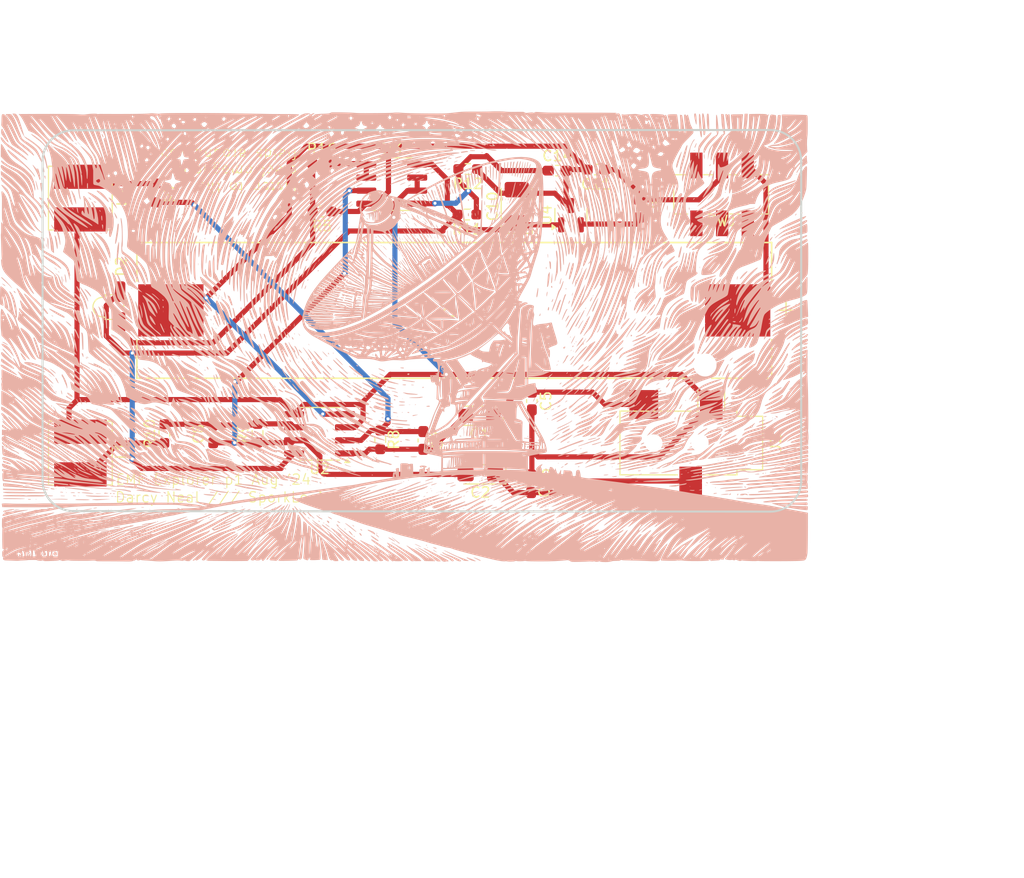
<source format=kicad_pcb>
(kicad_pcb (version 20240108) (generator "pcbnew") (generator_version "8.0")
  (layers (0 "F.Cu" signal) (31 "B.Cu" signal) (34 "B.Paste" user) (35 "F.Paste" user) (36 "B.SilkS" user "B.Silkscreen") (37 "F.SilkS" user "F.Silkscreen") (38 "B.Mask" user) (39 "F.Mask" user) (44 "Edge.Cuts" user))
  (net 0 "")
  (net 1 "-1V5")
  (net 2 "Net-(BT2-+)")
  (net 3 "Net-(C1-Pad1)")
  (net 4 "Net-(C1-Pad2)")
  (net 5 "Net-(C15-Pad1)")
  (net 6 "Net-(U3A-+)")
  (net 7 "+1V5")
  (net 8 "GND")
  (net 9 "Net-(U2A--)")
  (net 10 "Net-(U2B--)")
  (net 11 "Net-(SW1B-B)")
  (net 12 "Net-(U3B-+)")
  (net 13 "Net-(D2-K)")
  (net 14 "Net-(L1-Pad2)")
  (net 15 "Net-(L2-Pad2)")
  (net 16 "Net-(U4-LX)")
  (net 17 "Net-(U3A--)")
  (footprint "Capacitor_SMD:C_0603_1608Metric_Pad1.08x0.95mm_HandSolder" (layer "F.Cu") (at 191.740684 57.836276)
    (property "Reference" "C14" (at -0.000001 -1.430005 0) (layer "F.SilkS"))
    (property "Value" "1uF")
    (pad "1" smd roundrect (at -0.862502 0.000001) (size 1.075 0.95) (layers "F.Cu" "F.Paste" "F.Mask") (net 12 "Net-(U3B-+)"))
    (pad "2" smd roundrect (at 0.862502 -0.000001) (size 1.075 0.95) (layers "F.Cu" "F.Paste" "F.Mask") (net 1 "-1V5"))
  )
  (footprint "Graphics" (layer "F.Cu") (at 236.928184 45.186275 180)
    (property "Reference" "" (at 0 0 0) (layer "F.SilkS") (effects (font (size 1.27 1.27))))
    (property "Value" "")
  )
  (footprint "Battery:AAA battery SMD" (layer "F.Cu") (at 181.728187 71.436277 180)
    (property "Reference" "BT2" (at 0 0 180) (layer "F.SilkS"))
    (property "Value" "Battery_Cell")
    (fp_text user "+" (at -33.613321 1.030669 180) (layer "F.SilkS") (effects (font (size 2 2)) (justify left bottom)))
    (pad "" np_thru_hole circle (at -24.396702 -5.308596 180) (size 2.2352 2.2352) (drill 2.2352) (layers "*.Cu" "*.Mask"))
    (pad "1" smd rect (at -27.571694 0.000002 180) (size 6.35 5.08) (layers "F.Cu" "F.Paste" "F.Mask") (net 2 "Net-(BT2-+)"))
    (pad "2" smd rect (at 27.571694 -0.000002 180) (size 6.35 5.08) (layers "F.Cu" "F.Paste" "F.Mask") (net 1 "-1V5"))
  )
  (footprint "Package_SO:SOIC-8_3.9x4.9mm_P1.27mm" (layer "F.Cu") (at 168.622377 83.440499 180)
    (property "Reference" "U2" (at -0.000001 -3.399998 0) (layer "F.SilkS"))
    (property "Value" "MCP6002")
    (pad "1" smd roundrect (at -2.475002 -1.904997 180) (size 1.95 0.6) (layers "F.Cu" "F.Paste" "F.Mask") (net 4 "Net-(C1-Pad2)"))
    (pad "2" smd roundrect (at -2.474998 -0.634998 180) (size 1.95 0.6) (layers "F.Cu" "F.Paste" "F.Mask") (net 9 "Net-(U2A--)"))
    (pad "3" smd roundrect (at -2.475004 0.634997 180) (size 1.95 0.6) (layers "F.Cu" "F.Paste" "F.Mask") (net 8 "GND"))
    (pad "4" smd roundrect (at -2.475 1.905003 180) (size 1.95 0.6) (layers "F.Cu" "F.Paste" "F.Mask") (net 1 "-1V5"))
    (pad "5" smd roundrect (at 2.475002 1.904997 180) (size 1.95 0.6) (layers "F.Cu" "F.Paste" "F.Mask") (net 8 "GND"))
    (pad "6" smd roundrect (at 2.474998 0.634998 180) (size 1.95 0.6) (layers "F.Cu" "F.Paste" "F.Mask") (net 10 "Net-(U2B--)"))
    (pad "7" smd roundrect (at 2.475004 -0.634997 180) (size 1.95 0.6) (layers "F.Cu" "F.Paste" "F.Mask") (net 6 "Net-(U3A-+)"))
    (pad "8" smd roundrect (at 2.475 -1.905003 180) (size 1.95 0.6) (layers "F.Cu" "F.Paste" "F.Mask") (net 7 "+1V5"))
  )
  (footprint "Capacitor_Tantalum_SMD:CP_EIA-3216-18_Kemet-A_Pad1.58x1.35mm_HandSolder" (layer "F.Cu") (at 184.265684 87.386278 180)
    (property "Reference" "C2" (at -0.000002 -1.749999 0) (layer "F.SilkS"))
    (property "Value" "4.7uF")
    (pad "1" smd roundrect (at -1.4375 0 180) (size 1.575 1.35) (layers "F.Cu" "F.Paste" "F.Mask") (roundrect_rratio 0.185185) (net 5 "Net-(C15-Pad1)"))
    (pad "2" smd roundrect (at 1.4375 0 180) (size 1.575 1.35) (layers "F.Cu" "F.Paste" "F.Mask") (roundrect_rratio 0.185185) (net 6 "Net-(U3A-+)"))
  )
  (footprint "LED_SMD:LED_Kingbright_APDA3020VBCD" (layer "F.Cu") (at 149.228192 71.111274 90)
    (property "Reference" "D2" (at 3.949997 0.099997 90) (layer "F.SilkS"))
    (property "Value" "LED")
    (pad "1" smd roundrect (at -1.499999 -0.000001 90) (size 2 1) (layers "F.Cu" "F.Paste" "F.Mask") (net 13 "Net-(D2-K)"))
    (pad "2" smd roundrect (at 1.499999 0.000001 90) (size 2 1) (layers "F.Cu" "F.Paste" "F.Mask") (net 7 "+1V5"))
  )
  (footprint "Package_SO:SOIC-8_3.9x4.9mm_P1.27mm" (layer "F.Cu") (at 175.645386 59.149545)
    (property "Reference" "U3" (at -0.000001 -3.399998 0) (layer "F.SilkS"))
    (property "Value" "MCP6002")
    (pad "1" smd roundrect (at -2.475002 -1.904997) (size 1.95 0.6) (layers "F.Cu" "F.Paste" "F.Mask") (net 17 "Net-(U3A--)"))
    (pad "2" smd roundrect (at -2.474998 -0.634998) (size 1.95 0.6) (layers "F.Cu" "F.Paste" "F.Mask") (net 17 "Net-(U3A--)"))
    (pad "3" smd roundrect (at -2.475004 0.634997) (size 1.95 0.6) (layers "F.Cu" "F.Paste" "F.Mask") (net 6 "Net-(U3A-+)"))
    (pad "4" smd roundrect (at -2.475 1.905003) (size 1.95 0.6) (layers "F.Cu" "F.Paste" "F.Mask") (net 1 "-1V5"))
    (pad "5" smd roundrect (at 2.475002 1.904997) (size 1.95 0.6) (layers "F.Cu" "F.Paste" "F.Mask") (net 12 "Net-(U3B-+)"))
    (pad "6" smd roundrect (at 2.474998 0.634998) (size 1.95 0.6) (layers "F.Cu" "F.Paste" "F.Mask") (net 8 "GND"))
    (pad "7" smd roundrect (at 2.475004 -0.634997) (size 1.95 0.6) (layers "F.Cu" "F.Paste" "F.Mask") (net 8 "GND"))
    (pad "8" smd roundrect (at 2.475 -1.905003) (size 1.95 0.6) (layers "F.Cu" "F.Paste" "F.Mask") (net 7 "+1V5"))
  )
  (footprint "Resistor_SMD:R_0603_1608Metric_Pad0.98x0.95mm_HandSolder" (layer "F.Cu") (at 153.528182 83.423774 90)
    (property "Reference" "R10" (at 0 -1.430001 90) (layer "F.SilkS"))
    (property "Value" "100")
    (pad "1" smd roundrect (at -0.912499 0.000003 90) (size 0.975 0.95) (layers "F.Cu" "F.Paste" "F.Mask") (net 14 "Net-(L1-Pad2)"))
    (pad "2" smd roundrect (at 0.912499 -0.000003 90) (size 0.975 0.95) (layers "F.Cu" "F.Paste" "F.Mask") (net 10 "Net-(U2B--)"))
  )
  (footprint "Graphics" (layer "F.Cu") (at 236.928184 45.186275 180)
    (property "Reference" "" (at 0 0 0) (layer "F.SilkS") (effects (font (size 1.27 1.27))))
    (property "Value" "")
  )
  (footprint "Graphics" (layer "F.Cu") (at 161.068189 126.397775 180)
    (property "Reference" "" (at 0 0 0) (layer "F.SilkS") (effects (font (size 1.27 1.27))))
    (property "Value" "")
  )
  (footprint "Resistor_SMD:R_0603_1608Metric_Pad0.98x0.95mm_HandSolder" (layer "F.Cu") (at 162.593436 83.386768 -90)
    (property "Reference" "R9" (at 0.024507 1.415247 90) (layer "F.SilkS"))
    (property "Value" "100K")
    (pad "1" smd roundrect (at -0.912493 0.000003 270) (size 0.975 0.95) (layers "F.Cu" "F.Paste" "F.Mask") (net 10 "Net-(U2B--)"))
    (pad "2" smd roundrect (at 0.912493 -0.000003 270) (size 0.975 0.95) (layers "F.Cu" "F.Paste" "F.Mask") (net 6 "Net-(U3A-+)"))
  )
  (footprint "Capacitor_SMD:C_0603_1608Metric_Pad1.08x0.95mm_HandSolder" (layer "F.Cu") (at 158.278192 83.448777 90)
    (property "Reference" "C8" (at 0 -1.430001 90) (layer "F.SilkS"))
    (property "Value" "68pF")
    (pad "1" smd roundrect (at -0.862499 0.000008 90) (size 1.075 0.95) (layers "F.Cu" "F.Paste" "F.Mask") (net 6 "Net-(U3A-+)"))
    (pad "2" smd roundrect (at 0.862499 -0.000008 90) (size 1.075 0.95) (layers "F.Cu" "F.Paste" "F.Mask") (net 10 "Net-(U2B--)"))
  )
  (footprint "Resistor_SMD:R_0603_1608Metric_Pad0.98x0.95mm_HandSolder" (layer "F.Cu") (at 182.965687 62.111278 180)
    (property "Reference" "R11" (at 0.000002 -1.430001 0) (layer "F.SilkS"))
    (property "Value" "10K")
    (pad "1" smd roundrect (at -0.912501 0.000001 180) (size 0.975 0.95) (layers "F.Cu" "F.Paste" "F.Mask") (net 12 "Net-(U3B-+)"))
    (pad "2" smd roundrect (at 0.912501 -0.000001 180) (size 0.975 0.95) (layers "F.Cu" "F.Paste" "F.Mask") (net 7 "+1V5"))
  )
  (footprint "Resistor_SMD:R_0603_1608Metric_Pad0.98x0.95mm_HandSolder" (layer "F.Cu") (at 152.678189 60.011276 -90)
    (property "Reference" "R7" (at 0.000002 -1.430004 90) (layer "F.SilkS"))
    (property "Value" "100")
    (pad "1" smd roundrect (at -0.912494 0.000002 270) (size 0.975 0.95) (layers "F.Cu" "F.Paste" "F.Mask") (net 15 "Net-(L2-Pad2)"))
    (pad "2" smd roundrect (at 0.912494 -0.000002 270) (size 0.975 0.95) (layers "F.Cu" "F.Paste" "F.Mask") (net 9 "Net-(U2A--)"))
  )
  (footprint "Capacitor_SMD:C_0603_1608Metric_Pad1.08x0.95mm_HandSolder" (layer "F.Cu") (at 178.718434 84.086769 90)
    (property "Reference" "C7" (at 0.025492 1.384757 90) (layer "F.SilkS"))
    (property "Value" "68pF")
    (pad "1" smd roundrect (at -0.862501 0.000001 90) (size 1.075 0.95) (layers "F.Cu" "F.Paste" "F.Mask") (net 4 "Net-(C1-Pad2)"))
    (pad "2" smd roundrect (at 0.862501 -0.000001 90) (size 1.075 0.95) (layers "F.Cu" "F.Paste" "F.Mask") (net 9 "Net-(U2A--)"))
  )
  (footprint "Inductor_SMD:L_Bourns_SRN6045TA" (layer "F.Cu") (at 145.353188 85.311279 -90)
    (property "Reference" "L1" (at -0.249997 -3.949999 90) (layer "F.SilkS"))
    (property "Value" "10mF")
    (pad "1" smd rect (at -2.075 0 270) (size 2.35 5.1) (layers "F.Cu" "F.Paste" "F.Mask") (net 8 "GND"))
    (pad "2" smd rect (at 2.075 0 270) (size 2.35 5.1) (layers "F.Cu" "F.Paste" "F.Mask") (net 14 "Net-(L1-Pad2)"))
  )
  (footprint "Inductor_SMD:L_0603_1608Metric_Pad1.05x0.95mm_HandSolder" (layer "F.Cu") (at 199.703185 61.548773 -90)
    (property "Reference" "L4" (at 0.000002 -1.430001 90) (layer "F.SilkS"))
    (property "Value" "22uH")
    (pad "1" smd roundrect (at -0.874998 -0.000001 270) (size 1.05 0.95) (layers "F.Cu" "F.Paste" "F.Mask") (net 11 "Net-(SW1B-B)"))
    (pad "2" smd roundrect (at 0.874998 0.000001 270) (size 1.05 0.95) (layers "F.Cu" "F.Paste" "F.Mask") (net 16 "Net-(U4-LX)"))
  )
  (footprint "Resistor_SMD:R_0603_1608Metric_Pad0.98x0.95mm_HandSolder" (layer "F.Cu") (at 174.527592 84.025315 -90)
    (property "Reference" "R8" (at -0.014038 -1.325593 90) (layer "F.SilkS"))
    (property "Value" "100K")
    (pad "1" smd roundrect (at -0.912501 0.000003 270) (size 0.975 0.95) (layers "F.Cu" "F.Paste" "F.Mask") (net 9 "Net-(U2A--)"))
    (pad "2" smd roundrect (at 0.912501 -0.000003 270) (size 0.975 0.95) (layers "F.Cu" "F.Paste" "F.Mask") (net 4 "Net-(C1-Pad2)"))
  )
  (footprint "Resistor_SMD:R_0603_1608Metric_Pad0.98x0.95mm_HandSolder" (layer "F.Cu") (at 168.835791 57.156162)
    (property "Reference" "R16" (at -0.000001 -1.430002 0) (layer "F.SilkS"))
    (property "Value" "10")
    (pad "1" smd roundrect (at -0.9125 0.000002) (size 0.975 0.95) (layers "F.Cu" "F.Paste" "F.Mask") (net 13 "Net-(D2-K)"))
    (pad "2" smd roundrect (at 0.9125 -0.000002) (size 0.975 0.95) (layers "F.Cu" "F.Paste" "F.Mask") (net 17 "Net-(U3A--)"))
  )
  (footprint "Graphics" (layer "F.Cu") (at 236.928184 45.186275 180)
    (property "Reference" "" (at 0 0 0) (layer "F.SilkS") (effects (font (size 1.27 1.27))))
    (property "Value" "")
  )
  (footprint "Button_Switch_SMD:SW_DPDT_CK_JS202011JCQN" (layer "F.Cu") (at 207.688186 60.146276 180)
    (property "Reference" "SW1" (at -0.119999 -2.579999 0) (layer "F.SilkS"))
    (property "Value" "SW_DPDT_x2")
    (pad "1" smd rect (at -2.599998 -2.82 180) (size 1.2 2.5) (layers "F.Cu" "F.Paste" "F.Mask"))
    (pad "2" smd rect (at -0.099999 -2.819997 180) (size 1.2 2.5) (layers "F.Cu" "F.Paste" "F.Mask"))
    (pad "3" smd rect (at 2.400003 -2.819999 180) (size 1.2 2.5) (layers "F.Cu" "F.Paste" "F.Mask"))
    (pad "4" smd rect (at -2.590001 2.809998 180) (size 1.2 2.5) (layers "F.Cu" "F.Paste" "F.Mask") (net 2 "Net-(BT2-+)"))
    (pad "5" smd rect (at -0.090001 2.81 180) (size 1.2 2.5) (layers "F.Cu" "F.Paste" "F.Mask") (net 11 "Net-(SW1B-B)"))
    (pad "6" smd rect (at 2.409998 2.810003 180) (size 1.2 2.5) (layers "F.Cu" "F.Paste" "F.Mask"))
  )
  (footprint "Resistor_SMD:R_0603_1608Metric_Pad0.98x0.95mm_HandSolder" (layer "F.Cu") (at 168.865687 61.811279 180)
    (property "Reference" "R5" (at 0.000002 -1.430001 0) (layer "F.SilkS"))
    (property "Value" "56")
    (pad "1" smd roundrect (at -0.912501 0.000001 180) (size 0.975 0.95) (layers "F.Cu" "F.Paste" "F.Mask") (net 1 "-1V5"))
    (pad "2" smd roundrect (at 0.912501 -0.000001 180) (size 0.975 0.95) (layers "F.Cu" "F.Paste" "F.Mask") (net 13 "Net-(D2-K)"))
  )
  (footprint "Graphics" (layer "F.Cu") (at 161.068189 126.397775 180)
    (property "Reference" "" (at 0 0 0) (layer "F.SilkS") (effects (font (size 1.27 1.27))))
    (property "Value" "")
  )
  (footprint "Package_TO_SOT_SMD:SOT-23" (layer "F.Cu") (at 193.07819 62.173773 90)
    (property "Reference" "U4" (at -0.000002 -2.400004 90) (layer "F.SilkS"))
    (property "Value" "ME2188")
    (pad "1" smd roundrect (at -0.937494 -0.950003 90) (size 1.475 0.6) (layers "F.Cu" "F.Paste" "F.Mask") (net 7 "+1V5"))
    (pad "2" smd roundrect (at -0.937503 0.949998 90) (size 1.475 0.6) (layers "F.Cu" "F.Paste" "F.Mask") (net 16 "Net-(U4-LX)"))
    (pad "3" smd roundrect (at 0.937496 -0.000001 90) (size 1.475 0.6) (layers "F.Cu" "F.Paste" "F.Mask") (net 1 "-1V5"))
  )
  (footprint "Capacitor_SMD:C_0603_1608Metric_Pad1.08x0.95mm_HandSolder" (layer "F.Cu") (at 189.20319 88.298779 90)
    (property "Reference" "C15" (at 0.087503 1.3 90) (layer "F.SilkS"))
    (property "Value" "1uF")
    (pad "1" smd roundrect (at -0.862499 0.000008 90) (size 1.075 0.95) (layers "F.Cu" "F.Paste" "F.Mask") (net 5 "Net-(C15-Pad1)"))
    (pad "2" smd roundrect (at 0.862499 -0.000008 90) (size 1.075 0.95) (layers "F.Cu" "F.Paste" "F.Mask") (net 8 "GND"))
  )
  (footprint "Connector_Audio:Jack_3.5mm_CUI_SJ-3523-SMT_Horizontal" (layer "F.Cu") (at 203.12819 84.336273 -90)
    (property "Reference" "J2" (at -0.000002 -9.900002 90) (layer "F.SilkS"))
    (property "Value" "AudioJack2_Ground_Switch")
    (pad "" np_thru_hole circle (at 0.000002 -2.499997 270) (size 1.7 1.7) (drill 1.7) (layers "*.Cu" "*.Mask"))
    (pad "" np_thru_hole circle (at 0.01 1.989998 270) (size 1.7 1.7) (drill 1.7) (layers "*.Cu" "*.Mask"))
    (pad "R" smd rect (at 3.699996 -1.600002 270) (size 2.8 2.2) (layers "F.Cu" "F.Paste" "F.Mask") (net 5 "Net-(C15-Pad1)"))
    (pad "S" smd rect (at -3.699997 -3.6 270) (size 2.8 2.2) (layers "F.Cu" "F.Paste" "F.Mask") (net 8 "GND"))
    (pad "T" smd rect (at -3.749998 2.959998 270) (size 2.8 2.8) (layers "F.Cu" "F.Paste" "F.Mask") (net 3 "Net-(C1-Pad1)"))
  )
  (footprint "Capacitor_Tantalum_SMD:CP_EIA-3216-18_Kemet-A" (layer "F.Cu") (at 184.190687 81.686279 180)
    (property "Reference" "C1" (at -0.000002 -1.749999 0) (layer "F.SilkS"))
    (property "Value" "4.7uF")
    (pad "1" smd roundrect (at -1.349998 -0.000001 180) (size 1.4 1.35) (layers "F.Cu" "F.Paste" "F.Mask") (roundrect_rratio 0.185185) (net 3 "Net-(C1-Pad1)"))
    (pad "2" smd roundrect (at 1.349998 0.000001 180) (size 1.4 1.35) (layers "F.Cu" "F.Paste" "F.Mask") (roundrect_rratio 0.185185) (net 4 "Net-(C1-Pad2)"))
  )
  (footprint "Inductor_SMD:L_Bourns_SRN6045TA" (layer "F.Cu") (at 145.353186 60.511273 90)
    (property "Reference" "L2" (at 0.074999 4.099999 90) (layer "F.SilkS"))
    (property "Value" "10mF")
    (pad "1" smd rect (at -2.075 0 90) (size 2.35 5.1) (layers "F.Cu" "F.Paste" "F.Mask") (net 8 "GND"))
    (pad "2" smd rect (at 2.075 0 90) (size 2.35 5.1) (layers "F.Cu" "F.Paste" "F.Mask") (net 15 "Net-(L2-Pad2)"))
  )
  (footprint "Capacitor_SMD:C_0603_1608Metric_Pad1.08x0.95mm_HandSolder" (layer "F.Cu") (at 195.515688 57.736272 180)
    (property "Reference" "C11" (at -0.000001 -1.430005 0) (layer "F.SilkS"))
    (property "Value" "10uF")
    (pad "1" smd roundrect (at -0.862504 0.000002 180) (size 1.075 0.95) (layers "F.Cu" "F.Paste" "F.Mask") (net 11 "Net-(SW1B-B)"))
    (pad "2" smd roundrect (at 0.862504 -0.000002 180) (size 1.075 0.95) (layers "F.Cu" "F.Paste" "F.Mask") (net 1 "-1V5"))
  )
  (footprint "Capacitor_SMD:C_0603_1608Metric_Pad1.08x0.95mm_HandSolder" (layer "F.Cu") (at 189.278187 80.248775 -90)
    (property "Reference" "C5" (at 0.012499 -1.375002 90) (layer "F.SilkS"))
    (property "Value" "1uF")
    (pad "1" smd roundrect (at -0.862501 0.000004 270) (size 1.075 0.95) (layers "F.Cu" "F.Paste" "F.Mask") (net 3 "Net-(C1-Pad1)"))
    (pad "2" smd roundrect (at 0.862501 -0.000004 270) (size 1.075 0.95) (layers "F.Cu" "F.Paste" "F.Mask") (net 8 "GND"))
  )
  (footprint "Graphics" (layer "F.Cu") (at 161.068189 126.397775 180)
    (property "Reference" "" (at 0 0 0) (layer "F.SilkS") (effects (font (size 1.27 1.27))))
    (property "Value" "")
  )
  (footprint "Resistor_SMD:R_0603_1608Metric_Pad0.98x0.95mm_HandSolder" (layer "F.Cu") (at 183.040686 57.686269 180)
    (property "Reference" "R12" (at -0.000001 -1.430005 0) (layer "F.SilkS"))
    (property "Value" "10K")
    (pad "1" smd roundrect (at -0.912489 0.000001 180) (size 0.975 0.95) (layers "F.Cu" "F.Paste" "F.Mask") (net 1 "-1V5"))
    (pad "2" smd roundrect (at 0.912489 -0.000001 180) (size 0.975 0.95) (layers "F.Cu" "F.Paste" "F.Mask") (net 12 "Net-(U3B-+)"))
  )
  (footprint "Graphics" (layer "F.Cu") (at 236.928184 45.186275 180)
    (property "Reference" "" (at 0 0 0) (layer "F.SilkS") (effects (font (size 1.27 1.27))))
    (property "Value" "")
  )
  (footprint "Capacitor_Tantalum_SMD:CP_EIA-3528-21_Kemet-B_Pad1.50x2.35mm_HandSolder" (layer "F.Cu") (at 187.803189 61.311277 90)
    (property "Reference" "C10" (at -0.000003 -2.349998 90) (layer "F.SilkS"))
    (property "Value" "100uF")
    (pad "1" smd roundrect (at -1.625002 0 90) (size 1.5 2.35) (layers "F.Cu" "F.Paste" "F.Mask") (roundrect_rratio 0.166667) (net 7 "+1V5"))
    (pad "2" smd roundrect (at 1.625002 0 90) (size 1.5 2.35) (layers "F.Cu" "F.Paste" "F.Mask") (roundrect_rratio 0.166667) (net 1 "-1V5"))
  )
  (footprint "Graphics" (layer "F.Cu") (at 161.068189 126.397775 180)
    (property "Reference" "" (at 0 0 0) (layer "F.SilkS") (effects (font (size 1.27 1.27))))
    (property "Value" "")
  )
  (footprint "Graphics" (layer "B.Cu") (at 235.121099 41.501751 180)
    (property "Reference" "" (at 0 0 0) (layer "B.SilkS") (effects (font (size 1.27 1.27)) (justify mirror)))
    (property "Value" "")
  )
  (footprint "Graphics" (layer "B.Cu") (at 236.928184 45.186275 180)
    (property "Reference" "" (at 0 0 0) (layer "F.SilkS") (effects (font (size 1.27 1.27))))
    (property "Value" "")
  )
  (footprint "Graphics" (layer "B.Cu") (at 161.068189 126.397775 180)
    (property "Reference" "" (at 0 0 0) (layer "F.SilkS") (effects (font (size 1.27 1.27))))
    (property "Value" "")
  )
  (gr_line (start 144.67708 53.911279) (end 212.403185 53.886279) (stroke (width 0.2)) (layer "Edge.Cuts"))
  (gr_arc (start 144.703186 90.961276) (mid 142.565649 90.091489) (end 141.678081 87.961273) (stroke (width 0.2)) (layer "Edge.Cuts"))
  (gr_arc (start 212.403185 53.886279) (mid 214.573481 54.737942) (end 215.479125 56.886275) (stroke (width 0.2)) (layer "Edge.Cuts"))
  (gr_arc (start 141.678187 56.886278) (mid 142.565256 54.781453) (end 144.677079 53.911171) (stroke (width 0.2)) (layer "Edge.Cuts"))
  (gr_line (start 215.478188 56.886274) (end 215.478188 88.011276) (stroke (width 0.2)) (layer "Edge.Cuts"))
  (gr_line (start 212.478189 91.011276) (end 144.703186 90.961276) (stroke (width 0.2)) (layer "Edge.Cuts"))
  (gr_line (start 141.678184 87.961274) (end 141.678187 56.886278) (stroke (width 0.2)) (layer "Edge.Cuts"))
  (gr_arc (start 215.478188 88.011276) (mid 214.599507 90.132593) (end 212.478189 91.011276) (stroke (width 0.2)) (layer "Edge.Cuts"))
  (gr_text "Darcy Neal /// SporkLogic" (at 148.675 90.2 0) (layer "F.SilkS") (effects (font (size 1 1) (thickness 0.1)) (justify left bottom)))
  (gr_text "EMF Explorer p1 Aug '24" (at 148.725 88.475 0) (layer "F.SilkS") (effects (font (size 1 1) (thickness 0.1)) (justify left bottom)))
  (gr_text "Listen to the \nelectromagnetic \nfields around you" (at 166.525 55.65 180) (layer "F.SilkS") (effects (font (size 1 1) (thickness 0.1)) (justify left bottom)))
  (segment (start 172.41366 61.811278) (end 173.17039 61.054545) (width 0.5) (layer "F.Cu") (net 1))
  (segment (start 184.103192 57.836282) (end 183.953182 57.686273) (width 0.5) (layer "F.Cu") (net 1))
  (segment (start 173.170384 61.054543) (end 174.145384 61.054543) (width 0.5) (layer "F.Cu") (net 1))
  (segment (start 183.878185 57.761268) (end 183.953182 57.686273) (width 0.5) (layer "F.Cu") (net 1))
  (segment (start 157.603185 70.211275) (end 165.678188 62.136277) (width 0.5) (layer "F.Cu") (net 1))
  (segment (start 186.228187 60.036278) (end 187.428187 60.036275) (width 0.5) (layer "F.Cu") (net 1))
  (segment (start 175.328188 59.871742) (end 175.328188 55.461274) (width 0.5) (layer "F.Cu") (net 1))
  (segment (start 194.653187 57.736275) (end 192.703188 57.736274) (width 0.5) (layer "F.Cu") (net 1))
  (segment (start 183.95318 57.686272) (end 183.953179 57.761271) (width 0.5) (layer "F.Cu") (net 1))
  (segment (start 165.678185 57.136279) (end 167.353185 55.461273) (width 0.5) (layer "F.Cu") (net 1))
  (segment (start 183.953179 57.761271) (end 186.228187 60.036278) (width 0.5) (layer "F.Cu") (net 1))
  (segment (start 154.143168 71.116948) (end 156.697515 71.11695) (width 0.5) (layer "F.Cu") (net 1))
  (segment (start 168.952409 81.535501) (end 168.928185 81.511278) (width 0.5) (layer "F.Cu") (net 1))
  (segment (start 174.145384 61.054543) (end 175.328188 59.871742) (width 0.5) (layer "F.Cu") (net 1))
  (segment (start 169.778186 61.81127) (end 172.41366 61.811278) (width 0.5) (layer "F.Cu") (net 1))
  (segment (start 192.378188 55.461277) (end 194.653187 57.736275) (width 0.5) (layer "F.Cu") (net 1))
  (segment (start 192.603185 57.836277) (end 192.603188 60.761279) (width 0.5) (layer "F.Cu") (net 1))
  (segment (start 165.678188 62.136277) (end 165.678185 57.136279) (width 0.5) (layer "F.Cu") (net 1))
  (segment (start 156.697515 71.11695) (end 157.603185 70.211275) (width 0.5) (layer "F.Cu") (net 1))
  (segment (start 192.703186 61.236277) (end 191.50319 60.036273) (width 0.5) (layer "F.Cu") (net 1))
  (segment (start 171.097375 81.535502) (end 168.952409 81.535501) (width 0.5) (layer "F.Cu") (net 1))
  (segment (start 192.603188 60.761279) (end 193.078191 61.236277) (width 0.5) (layer "F.Cu") (net 1))
  (segment (start 191.50319 60.036273) (end 187.428187 60.036275) (width 0.5) (layer "F.Cu") (net 1))
  (segment (start 175.803185 55.461274) (end 192.378188 55.461277) (width 0.5) (layer "F.Cu") (net 1))
  (segment (start 167.353185 55.461273) (end 175.803185 55.461274) (width 0.5) (layer "F.Cu") (net 1))
  (segment (start 175.328188 55.461274) (end 175.803185 55.461274) (width 0.5) (layer "F.Cu") (net 1))
  (segment (start 192.703188 57.736274) (end 192.603185 57.836277) (width 0.5) (layer "F.Cu") (net 1))
  (segment (start 193.078191 61.236277) (end 192.703186 61.236277) (width 0.5) (layer "F.Cu") (net 1))
  (via (at 157.603185 70.211275) (size 0.6) (drill 0.3) (layers "F.Cu" "B.Cu") (net 1))
  (via (at 168.928185 81.511278) (size 0.6) (drill 0.3) (layers "F.Cu" "B.Cu") (net 1))
  (segment (start 168.928185 81.511278) (end 157.628184 70.211277) (width 0.5) (layer "B.Cu") (net 1))
  (segment (start 157.628184 70.211277) (end 157.603185 70.211275) (width 0.5) (layer "B.Cu") (net 1))
  (segment (start 212.053186 59.111275) (end 212.053185 68.682974) (width 0.5) (layer "F.Cu") (net 2))
  (segment (start 212.053185 68.682974) (end 209.299886 71.436274) (width 0.5) (layer "F.Cu") (net 2))
  (segment (start 210.278189 57.336278) (end 212.053186 59.111275) (width 0.5) (layer "F.Cu") (net 2))
  (segment (start 196.378187 80.586275) (end 195.178184 79.386274) (width 0.5) (layer "F.Cu") (net 3))
  (segment (start 195.178184 79.386274) (end 189.278185 79.386274) (width 0.5) (layer "F.Cu") (net 3))
  (segment (start 187.953189 79.436275) (end 188.00319 79.386273) (width 0.5) (layer "F.Cu") (net 3))
  (segment (start 188.00319 79.386273) (end 189.278185 79.386274) (width 0.5) (layer "F.Cu") (net 3))
  (segment (start 185.628188 81.686276) (end 187.878188 79.436277) (width 0.5) (layer "F.Cu") (net 3))
  (segment (start 200.168185 80.586276) (end 196.378187 80.586275) (width 0.5) (layer "F.Cu") (net 3))
  (segment (start 187.878188 79.436277) (end 187.953189 79.436275) (width 0.5) (layer "F.Cu") (net 3))
  (segment (start 174.527595 84.937818) (end 173.476645 84.93782) (width 0.5) (layer "F.Cu") (net 4))
  (segment (start 173.068962 85.345501) (end 171.097377 85.345502) (width 0.5) (layer "F.Cu") (net 4))
  (segment (start 182.753186 81.686276) (end 179.490191 84.94927) (width 0.5) (layer "F.Cu") (net 4))
  (segment (start 178.706981 84.937816) (end 178.718431 84.94927) (width 0.5) (layer "F.Cu") (net 4))
  (segment (start 179.490191 84.94927) (end 178.718431 84.94927) (width 0.5) (layer "F.Cu") (net 4))
  (segment (start 173.476645 84.93782) (end 173.068962 85.345501) (width 0.5) (layer "F.Cu") (net 4))
  (segment (start 174.527595 84.937818) (end 178.706981 84.937816) (width 0.5) (layer "F.Cu") (net 4))
  (segment (start 204.72819 88.036277) (end 193.628185 88.036277) (width 0.5) (layer "F.Cu") (net 5))
  (segment (start 193.628185 88.036277) (end 192.503184 89.161278) (width 0.5) (layer "F.Cu") (net 5))
  (segment (start 192.503184 89.161278) (end 189.203193 89.161276) (width 0.5) (layer "F.Cu") (net 5))
  (segment (start 187.478187 89.161276) (end 185.703186 87.386271) (width 0.5) (layer "F.Cu") (net 5))
  (segment (start 189.203193 89.161276) (end 187.478187 89.161276) (width 0.5) (layer "F.Cu") (net 5))
  (segment (start 162.593444 84.299264) (end 165.923593 84.29927) (width 0.5) (layer "F.Cu") (net 6))
  (segment (start 173.170386 59.78455) (end 171.52992 59.784543) (width 0.5) (layer "F.Cu") (net 6))
  (segment (start 168.653189 86.961276) (end 169.078187 87.386279) (width 0.5) (layer "F.Cu") (net 6))
  (segment (start 171.52992 59.784543) (end 171.528189 59.786277) (width 0.5) (layer "F.Cu") (net 6))
  (segment (start 160.353186 84.311281) (end 162.581427 84.311276) (width 0.5) (layer "F.Cu") (net 6))
  (segment (start 169.078187 87.386279) (end 182.82819 87.386275) (width 0.5) (layer "F.Cu") (net 6))
  (segment (start 160.528186 78.361274) (end 160.378187 78.361279) (width 0.5) (layer "F.Cu") (net 6))
  (segment (start 166.147375 84.075499) (end 167.122373 84.0755) (width 0.5) (layer "F.Cu") (net 6))
  (segment (start 165.923593 84.29927) (end 166.147368 84.07549) (width 0.5) (layer "F.Cu") (net 6))
  (segment (start 171.053184 67.836277) (end 160.528186 78.361274) (width 0.5) (layer "F.Cu") (net 6))
  (segment (start 167.122373 84.0755) (end 168.653185 85.606312) (width 0.5) (layer "F.Cu") (net 6))
  (segment (start 168.653185 85.606312) (end 168.653189 86.961276) (width 0.5) (layer "F.Cu") (net 6))
  (segment (start 158.278196 84.311277) (end 160.353186 84.311281) (width 0.5) (layer "F.Cu") (net 6))
  (segment (start 162.581427 84.311276) (end 162.593444 84.299264) (width 0.5) (layer "F.Cu") (net 6))
  (via (at 171.053184 67.836277) (size 0.6) (drill 0.3) (layers "F.Cu" "B.Cu") (net 6))
  (via (at 160.353186 84.311281) (size 0.6) (drill 0.3) (layers "F.Cu" "B.Cu") (net 6))
  (via (at 160.378187 78.361279) (size 0.6) (drill 0.3) (layers "F.Cu" "B.Cu") (net 6))
  (via (at 171.528189 59.786277) (size 0.6) (drill 0.3) (layers "F.Cu" "B.Cu") (net 6))
  (segment (start 160.378187 78.361279) (end 160.378188 84.286279) (width 0.5) (layer "B.Cu") (net 6))
  (segment (start 171.128188 67.761272) (end 171.053184 67.836277) (width 0.5) (layer "B.Cu") (net 6))
  (segment (start 171.528189 59.786277) (end 171.128188 60.186277) (width 0.5) (layer "B.Cu") (net 6))
  (segment (start 171.128188 60.186277) (end 171.128188 67.761272) (width 0.5) (layer "B.Cu") (net 6))
  (segment (start 160.378188 84.286279) (end 160.353186 84.311281) (width 0.5) (layer "B.Cu") (net 6))
  (segment (start 186.753187 63.586276) (end 187.428187 62.911279) (width 0.5) (layer "F.Cu") (net 7))
  (segment (start 187.628178 63.111273) (end 187.428187 62.911279) (width 0.5) (layer "F.Cu") (net 7))
  (segment (start 181.053188 61.23628) (end 181.178184 61.236276) (width 0.5) (layer "F.Cu") (net 7))
  (segment (start 183.003188 63.586276) (end 186.753187 63.586276) (width 0.5) (layer "F.Cu") (net 7))
  (segment (start 182.053188 62.636278) (end 183.003188 63.586276) (width 0.5) (layer "F.Cu") (net 7))
  (segment (start 166.147376 85.345497) (end 164.878188 86.614688) (width 0.5) (layer "F.Cu") (net 7))
  (segment (start 182.053184 62.111278) (end 182.053188 62.636278) (width 0.5) (layer "F.Cu") (net 7))
  (segment (start 181.178184 61.236276) (end 182.053184 62.111278) (width 0.5) (layer "F.Cu") (net 7))
  (segment (start 164.878188 86.614688) (end 164.878189 86.811277) (width 0.5) (layer "F.Cu") (net 7))
  (segment (start 149.528187 75.586276) (end 147.878188 73.936276) (width 0.5) (layer "F.Cu") (net 7))
  (segment (start 150.403185 75.586278) (end 149.528187 75.586276) (width 0.5) (layer "F.Cu") (net 7))
  (segment (start 150.403185 75.586278) (end 159.60319 75.586274) (width 0.5) (layer "F.Cu") (net 7))
  (segment (start 192.128191 63.111272) (end 187.628178 63.111273) (width 0.5) (layer "F.Cu") (net 7))
  (segment (start 171.478186 63.711277) (end 180.628188 63.711275) (width 0.5) (layer "F.Cu") (net 7))
  (segment (start 180.628189 63.536277) (end 182.053184 62.111278) (width 0.5) (layer "F.Cu") (net 7))
  (segment (start 180.628188 63.711275) (end 180.628189 63.536277) (width 0.5) (layer "F.Cu") (net 7))
  (segment (start 164.878189 86.811277) (end 151.328187 86.811275) (width 0.5) (layer "F.Cu") (net 7))
  (segment (start 179.586456 57.244542) (end 181.053187 58.711276) (width 0.5) (layer "F.Cu") (net 7))
  (segment (start 151.328187 86.811275) (end 150.403188 85.886276) (width 0.5) (layer "F.Cu") (net 7))
  (segment (start 159.60319 75.586274) (end 171.478186 63.711277) (width 0.5) (layer "F.Cu") (net 7))
  (segment (start 147.878187 70.961276) (end 149.228189 69.611277) (width 0.5) (layer "F.Cu") (net 7))
  (segment (start 181.053187 58.711276) (end 181.053188 61.23628) (width 0.5) (layer "F.Cu") (net 7))
  (segment (start 178.120384 57.244543) (end 179.586456 57.244542) (width 0.5) (layer "F.Cu") (net 7))
  (segment (start 147.878188 73.936276) (end 147.878187 70.961276) (width 0.5) (layer "F.Cu") (net 7))
  (via (at 150.403185 75.586278) (size 0.6) (drill 0.3) (layers "F.Cu" "B.Cu") (net 7))
  (via (at 150.403188 85.886276) (size 0.6) (drill 0.3) (layers "F.Cu" "B.Cu") (net 7))
  (segment (start 150.403188 85.886276) (end 150.403185 75.586278) (width 0.5) (layer "B.Cu") (net 7))
  (segment (start 203.834721 77.661273) (end 180.953188 77.661275) (width 0.5) (layer "F.Cu") (net 8))
  (segment (start 172.578188 80.586277) (end 172.853185 80.586276) (width 0.5) (layer "F.Cu") (net 8))
  (segment (start 167.096596 80.586278) (end 172.578188 80.586277) (width 0.5) (layer "F.Cu") (net 8))
  (segment (start 144.253186 80.936276) (end 145.078186 80.111278) (width 0.5) (layer "F.Cu") (net 8))
  (segment (start 189.278186 85.086277) (end 189.278187 87.361275) (width 0.5) (layer "F.Cu") (net 8))
  (segment (start 172.853185 82.024702) (end 172.072381 82.805513) (width 0.5) (layer "F.Cu") (net 8))
  (segment (start 178.120388 59.784528) (end 178.120385 59.784536) (width 0.5) (layer "F.Cu") (net 8))
  (segment (start 189.278186 81.111278) (end 189.278186 85.086277) (width 0.5) (layer "F.Cu") (net 8))
  (segment (start 172.853185 80.586276) (end 172.853185 82.024702) (width 0.5) (layer "F.Cu") (net 8))
  (segment (start 189.278187 87.361275) (end 189.203187 87.436275) (width 0.5) (layer "F.Cu") (net 8))
  (segment (start 164.748144 80.136274) (end 164.303186 80.136276) (width 0.5) (layer "F.Cu") (net 8))
  (segment (start 180.953188 77.661275) (end 175.503187 77.661275) (width 0.5) (layer "F.Cu") (net 8))
  (segment (start 177.179919 59.784545) (end 175.828184 61.136274) (width 0.5) (layer "F.Cu") (net 8))
  (segment (start 166.147368 81.535502) (end 164.748144 80.136274) (width 0.5) (layer "F.Cu") (net 8))
  (segment (start 206.728186 80.636277) (end 206.728185 80.55474) (width 0.5) (layer "F.Cu") (net 8))
  (segment (start 206.728186 80.636277) (end 201.678185 85.686274) (width 0.5) (layer "F.Cu") (net 8))
  (segment (start 172.072381 82.805513) (end 171.09738 82.805508) (width 0.5) (layer "F.Cu") (net 8))
  (segment (start 178.120387 59.784545) (end 177.179919 59.784545) (width 0.5) (layer "F.Cu") (net 8))
  (segment (start 145.028188 62.186275) (end 145.028188 80.061277) (width 0.5) (layer "F.Cu") (net 8))
  (segment (start 164.278189 80.111278) (end 145.078186 80.111278) (width 0.5) (layer "F.Cu") (net 8))
  (segment (start 164.303186 80.136276) (end 164.278189 80.111278) (width 0.5) (layer "F.Cu") (net 8))
  (segment (start 166.147368 81.535502) (end 167.096596 80.586278) (width 0.5) (layer "F.Cu") (net 8))
  (segment (start 144.253186 84.186278) (end 144.253186 80.936276) (width 0.5) (layer "F.Cu") (net 8))
  (segment (start 206.728185 80.55474) (end 203.834721 77.661273) (width 0.5) (layer "F.Cu") (net 8))
  (segment (start 145.028188 80.061277) (end 145.078186 80.111278) (width 0.5) (layer "F.Cu") (net 8))
  (segment (start 201.678185 85.686274) (end 189.878186 85.686273) (width 0.5) (layer "F.Cu") (net 8))
  (segment (start 178.120388 58.514553) (end 178.120388 59.784528) (width 0.5) (layer "F.Cu") (net 8))
  (segment (start 175.828187 62.361275) (end 175.853188 62.386276) (width 0.5) (layer "F.Cu") (net 8))
  (segment (start 175.828184 61.136274) (end 175.828187 62.361275) (width 0.5) (layer "F.Cu") (net 8))
  (segment (start 189.878186 85.686273) (end 189.278186 85.086277) (width 0.5) (layer "F.Cu") (net 8))
  (segment (start 175.503187 77.661275) (end 172.578188 80.586277) (width 0.5) (layer "F.Cu") (net 8))
  (via (at 175.853188 62.386276) (size 0.6) (drill 0.3) (layers "F.Cu" "B.Cu") (net 8))
  (via (at 180.953188 77.661275) (size 0.6) (drill 0.3) (layers "F.Cu" "B.Cu") (net 8))
  (segment (start 175.953185 72.661276) (end 180.953188 77.661275) (width 0.5) (layer "B.Cu") (net 8))
  (segment (start 175.853188 62.386276) (end 175.953187 62.486275) (width 0.5) (layer "B.Cu") (net 8))
  (segment (start 175.953187 62.486275) (end 175.953185 72.661276) (width 0.5) (layer "B.Cu") (net 8))
  (segment (start 173.626646 83.112818) (end 172.663963 84.075499) (width 0.5) (layer "F.Cu") (net 9))
  (segment (start 152.678188 60.923775) (end 156.190688 60.923773) (width 0.5) (layer "F.Cu") (net 9))
  (segment (start 174.527588 83.112819) (end 173.626646 83.112818) (width 0.5) (layer "F.Cu") (net 9))
  (segment (start 178.718434 83.224265) (end 174.639042 83.224269) (width 0.5) (layer "F.Cu") (net 9))
  (segment (start 175.278186 82.362222) (end 174.527588 83.112819) (width 0.5) (layer "F.Cu") (net 9))
  (segment (start 156.453187 61.136281) (end 156.453186 61.186276) (width 0.5) (layer "F.Cu") (net 9))
  (segment (start 172.663963 84.075499) (end 171.097377 84.075503) (width 0.5) (layer "F.Cu") (net 9))
  (segment (start 174.639042 83.224269) (end 174.527588 83.112819) (width 0.5) (layer "F.Cu") (net 9))
  (segment (start 156.190688 60.923773) (end 156.453186 61.186276) (width 0.5) (layer "F.Cu") (net 9))
  (segment (start 175.278183 81.986279) (end 175.278186 82.362222) (width 0.5) (layer "F.Cu") (net 9))
  (via (at 175.278183 81.986279) (size 0.6) (drill 0.3) (layers "F.Cu" "B.Cu") (net 9))
  (via (at 156.453186 61.186276) (size 0.6) (drill 0.3) (layers "F.Cu" "B.Cu") (net 9))
  (segment (start 175.278188 80.011276) (end 175.278183 81.986279) (width 0.5) (layer "B.Cu") (net 9))
  (segment (start 156.453186 61.186276) (end 175.278188 80.011276) (width 0.5) (layer "B.Cu") (net 9))
  (segment (start 158.203186 82.511276) (end 158.278188 82.586277) (width 0.5) (layer "F.Cu") (net 10))
  (segment (start 162.593435 82.474265) (end 165.81614 82.474268) (width 0.5) (layer "F.Cu") (net 10))
  (segment (start 165.81614 82.474268) (end 166.147374 82.805503) (width 0.5) (layer "F.Cu") (net 10))
  (segment (start 158.278188 82.586277) (end 162.481426 82.586279) (width 0.5) (layer "F.Cu") (net 10))
  (segment (start 153.528181 82.511277) (end 158.203186 82.511276) (width 0.5) (layer "F.Cu") (net 10))
  (segment (start 162.481426 82.586279) (end 162.593435 82.474265) (width 0.5) (layer "F.Cu") (net 10))
  (segment (start 196.378195 57.736265) (end 197.37817 57.736266) (width 0.5) (layer "F.Cu") (net 11))
  (segment (start 207.778187 58.411275) (end 205.515687 60.673774) (width 0.5) (layer "F.Cu") (net 11))
  (segment (start 205.515687 60.673774) (end 199.703185 60.673777) (width 0.5) (layer "F.Cu") (net 11))
  (segment (start 207.778186 57.336276) (end 207.778187 58.411275) (width 0.5) (layer "F.Cu") (net 11))
  (segment (start 197.37817 57.736266) (end 199.703184 60.061271) (width 0.5) (layer "F.Cu") (net 11))
  (segment (start 186.328191 57.83628) (end 184.878186 56.386275) (width 0.5) (layer "F.Cu") (net 12))
  (segment (start 184.778185 56.486276) (end 183.328194 56.486274) (width 0.5) (layer "F.Cu") (net 12))
  (segment (start 182.128194 58.836285) (end 182.128192 57.686274) (width 0.5) (layer "F.Cu") (net 12))
  (segment (start 179.809914 61.054545) (end 179.853187 61.011278) (width 0.5) (layer "F.Cu") (net 12))
  (segment (start 184.878186 56.386275) (end 184.778185 56.486276) (width 0.5) (layer "F.Cu") (net 12))
  (segment (start 190.87818 57.836276) (end 186.328191 57.83628) (width 0.5) (layer "F.Cu") (net 12))
  (segment (start 178.120395 61.054546) (end 179.809914 61.054545) (width 0.5) (layer "F.Cu") (net 12))
  (segment (start 183.878189 60.586276) (end 183.090686 59.798773) (width 0.5) (layer "F.Cu") (net 12))
  (segment (start 183.090686 59.798773) (end 182.128194 58.836285) (width 0.5) (layer "F.Cu") (net 12))
  (segment (start 183.328194 56.486274) (end 182.128192 57.686274) (width 0.5) (layer "F.Cu") (net 12))
  (segment (start 183.878189 62.111277) (end 183.878189 60.586276) (width 0.5) (layer "F.Cu") (net 12))
  (via (at 179.853187 61.011278) (size 0.6) (drill 0.3) (layers "F.Cu" "B.Cu") (net 12))
  (via (at 183.090686 59.798773) (size 0.6) (drill 0.3) (layers "F.Cu" "B.Cu") (net 12))
  (segment (start 181.878187 61.011275) (end 183.090686 59.798773) (width 0.5) (layer "B.Cu") (net 12))
  (segment (start 179.853187 61.011278) (end 181.878187 61.011275) (width 0.5) (layer "B.Cu") (net 12))
  (segment (start 167.953188 57.186062) (end 167.923288 57.156164) (width 0.5) (layer "F.Cu") (net 13))
  (segment (start 158.253189 74.586273) (end 150.428185 74.586277) (width 0.5) (layer "F.Cu") (net 13))
  (segment (start 150.428185 74.586277) (end 149.228194 73.386285) (width 0.5) (layer "F.Cu") (net 13))
  (segment (start 167.953184 64.886278) (end 158.253189 74.586273) (width 0.5) (layer "F.Cu") (net 13))
  (segment (start 149.228194 73.386285) (end 149.228194 72.611266) (width 0.5) (layer "F.Cu") (net 13))
  (segment (start 167.953188 61.811275) (end 167.953184 64.886278) (width 0.5) (layer "F.Cu") (net 13))
  (segment (start 167.953188 61.811275) (end 167.953188 57.186062) (width 0.5) (layer "F.Cu") (net 13))
  (segment (start 144.253189 87.161278) (end 146.228185 87.161277) (width 0.5) (layer "F.Cu") (net 14))
  (segment (start 149.053186 84.336275) (end 153.528187 84.336279) (width 0.5) (layer "F.Cu") (net 14))
  (segment (start 146.228185 87.161277) (end 149.053186 84.336275) (width 0.5) (layer "F.Cu") (net 14))
  (segment (start 152.678184 59.098776) (end 145.140669 59.098777) (width 0.5) (layer "F.Cu") (net 15))
  (segment (start 145.140669 59.098777) (end 145.028183 59.211263) (width 0.5) (layer "F.Cu") (net 15))
  (segment (start 194.103191 63.036273) (end 194.028189 63.111274) (width 0.5) (layer "F.Cu") (net 16))
  (segment (start 199.703182 63.036274) (end 194.103191 63.036273) (width 0.5) (layer "F.Cu") (net 16))
  (segment (start 173.170386 58.514553) (end 173.170386 57.244552) (width 0.5) (layer "F.Cu") (net 17))
  (segment (start 173.170386 57.244552) (end 173.170378 57.244541) (width 0.5) (layer "F.Cu") (net 17))
  (segment (start 169.748294 57.156162) (end 173.081999 57.156162) (width 0.5) (layer "F.Cu") (net 17))
  (segment (start 173.081999 57.156162) (end 173.170378 57.244541) (width 0.5) (layer "F.Cu") (net 17))
)
</source>
